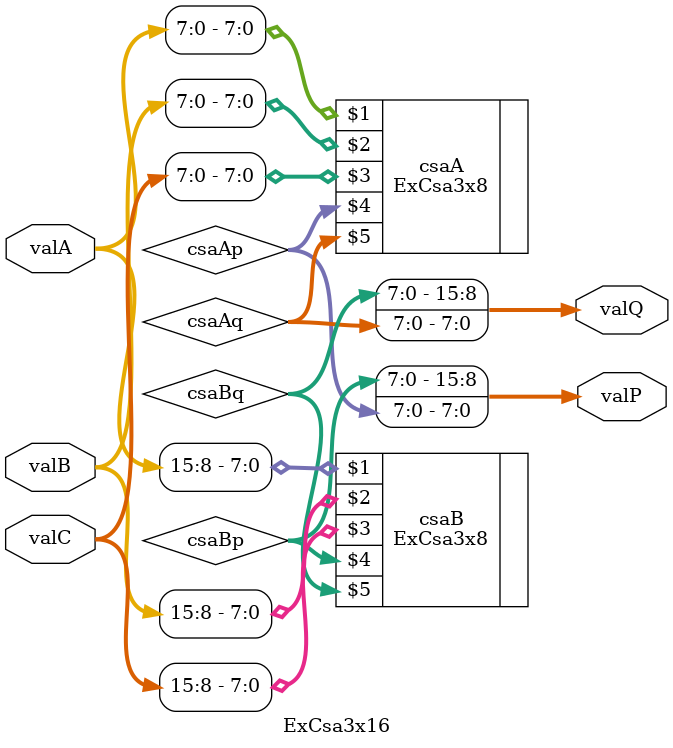
<source format=v>
/*
Carry Save for 3x 16-bit inputs, producing 2x 16-bit outputs.
 */

`include "ExCsa3x8.v"

module ExCsa3x16(valA, valB, valC, valP, valQ);
input[15:0]		valA;
input[15:0]		valB;
input[15:0]		valC;

output[15:0]		valP;
output[15:0]		valQ;

wire[7:0]	csaAp;
wire[7:0]	csaAq;
ExCsa3x8	csaA(valA[7:0], valB[7:0], valC[7:0], csaAp, csaAq);

wire[7:0]	csaBp;
wire[7:0]	csaBq;
ExCsa3x8	csaB(valA[15:8], valB[15:8], valC[15:8], csaBp, csaBq);

assign	valP = { csaBp, csaAp };
assign	valQ = { csaBq, csaAq };

endmodule

</source>
